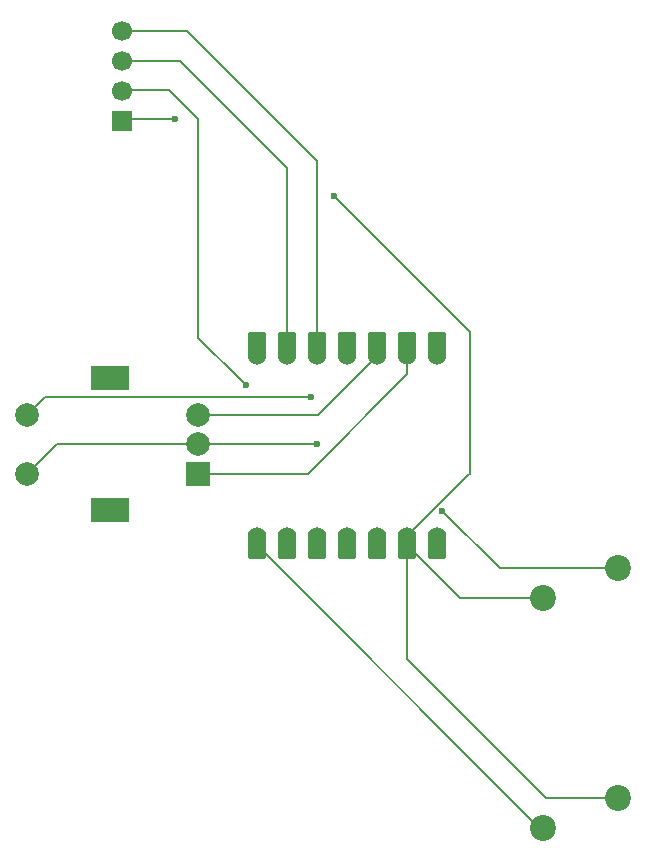
<source format=gbr>
%TF.GenerationSoftware,KiCad,Pcbnew,9.0.6*%
%TF.CreationDate,2026-01-20T16:19:18+01:00*%
%TF.ProjectId,new_project2,6e65775f-7072-46f6-9a65-6374322e6b69,rev?*%
%TF.SameCoordinates,Original*%
%TF.FileFunction,Copper,L1,Top*%
%TF.FilePolarity,Positive*%
%FSLAX46Y46*%
G04 Gerber Fmt 4.6, Leading zero omitted, Abs format (unit mm)*
G04 Created by KiCad (PCBNEW 9.0.6) date 2026-01-20 16:19:18*
%MOMM*%
%LPD*%
G01*
G04 APERTURE LIST*
G04 Aperture macros list*
%AMRoundRect*
0 Rectangle with rounded corners*
0 $1 Rounding radius*
0 $2 $3 $4 $5 $6 $7 $8 $9 X,Y pos of 4 corners*
0 Add a 4 corners polygon primitive as box body*
4,1,4,$2,$3,$4,$5,$6,$7,$8,$9,$2,$3,0*
0 Add four circle primitives for the rounded corners*
1,1,$1+$1,$2,$3*
1,1,$1+$1,$4,$5*
1,1,$1+$1,$6,$7*
1,1,$1+$1,$8,$9*
0 Add four rect primitives between the rounded corners*
20,1,$1+$1,$2,$3,$4,$5,0*
20,1,$1+$1,$4,$5,$6,$7,0*
20,1,$1+$1,$6,$7,$8,$9,0*
20,1,$1+$1,$8,$9,$2,$3,0*%
G04 Aperture macros list end*
%TA.AperFunction,ComponentPad*%
%ADD10R,2.000000X2.000000*%
%TD*%
%TA.AperFunction,ComponentPad*%
%ADD11C,2.000000*%
%TD*%
%TA.AperFunction,ComponentPad*%
%ADD12R,3.200000X2.000000*%
%TD*%
%TA.AperFunction,SMDPad,CuDef*%
%ADD13RoundRect,0.152400X0.609600X-1.063600X0.609600X1.063600X-0.609600X1.063600X-0.609600X-1.063600X0*%
%TD*%
%TA.AperFunction,ComponentPad*%
%ADD14C,1.524000*%
%TD*%
%TA.AperFunction,SMDPad,CuDef*%
%ADD15RoundRect,0.152400X-0.609600X1.063600X-0.609600X-1.063600X0.609600X-1.063600X0.609600X1.063600X0*%
%TD*%
%TA.AperFunction,ComponentPad*%
%ADD16C,2.200000*%
%TD*%
%TA.AperFunction,ComponentPad*%
%ADD17R,1.700000X1.700000*%
%TD*%
%TA.AperFunction,ComponentPad*%
%ADD18C,1.700000*%
%TD*%
%TA.AperFunction,ViaPad*%
%ADD19C,0.600000*%
%TD*%
%TA.AperFunction,Conductor*%
%ADD20C,0.200000*%
%TD*%
G04 APERTURE END LIST*
D10*
%TO.P,SW1,A,A*%
%TO.N,Net-(U1-GPIO27{slash}ADC1{slash}A1)*%
X140000000Y-109500000D03*
D11*
%TO.P,SW1,B,B*%
%TO.N,Net-(U1-GPIO28{slash}ADC2{slash}A2)*%
X140000000Y-104500000D03*
%TO.P,SW1,C,C*%
%TO.N,GND*%
X140000000Y-107000000D03*
D12*
%TO.P,SW1,MP*%
%TO.N,N/C*%
X132500000Y-112600000D03*
X132500000Y-101400000D03*
D11*
%TO.P,SW1,S1,S1*%
%TO.N,Net-(U1-GPIO26{slash}ADC0{slash}A0)*%
X125500000Y-104500000D03*
%TO.P,SW1,S2,S2*%
%TO.N,GND*%
X125500000Y-109500000D03*
%TD*%
D13*
%TO.P,U1,1,GPIO26/ADC0/A0*%
%TO.N,Net-(U1-GPIO26{slash}ADC0{slash}A0)*%
X160200000Y-98665000D03*
D14*
X160200000Y-99500000D03*
D13*
%TO.P,U1,2,GPIO27/ADC1/A1*%
%TO.N,Net-(U1-GPIO27{slash}ADC1{slash}A1)*%
X157660000Y-98665000D03*
D14*
X157660000Y-99500000D03*
D13*
%TO.P,U1,3,GPIO28/ADC2/A2*%
%TO.N,Net-(U1-GPIO28{slash}ADC2{slash}A2)*%
X155120000Y-98665000D03*
D14*
X155120000Y-99500000D03*
D13*
%TO.P,U1,4,GPIO29/ADC3/A3*%
%TO.N,unconnected-(U1-GPIO29{slash}ADC3{slash}A3-Pad4)*%
X152580000Y-98665000D03*
D14*
X152580000Y-99500000D03*
D13*
%TO.P,U1,5,GPIO6/SDA*%
%TO.N,Net-(J1-Pin_4)*%
X150040000Y-98665000D03*
D14*
X150040000Y-99500000D03*
D13*
%TO.P,U1,6,GPIO7/SCL*%
%TO.N,Net-(J1-Pin_3)*%
X147500000Y-98665000D03*
D14*
X147500000Y-99500000D03*
D13*
%TO.P,U1,7,GPIO0/TX*%
%TO.N,Net-(U1-GPIO0{slash}TX)*%
X144960000Y-98665000D03*
D14*
X144960000Y-99500000D03*
%TO.P,U1,8,GPIO1/RX*%
%TO.N,Net-(U1-GPIO1{slash}RX)*%
X144960000Y-114740000D03*
D15*
X144960000Y-115575000D03*
D14*
%TO.P,U1,9,GPIO2/SCK*%
%TO.N,unconnected-(U1-GPIO2{slash}SCK-Pad9)*%
X147500000Y-114740000D03*
D15*
X147500000Y-115575000D03*
D14*
%TO.P,U1,10,GPIO4/MISO*%
%TO.N,unconnected-(U1-GPIO4{slash}MISO-Pad10)*%
X150040000Y-114740000D03*
D15*
X150040000Y-115575000D03*
D14*
%TO.P,U1,11,GPIO3/MOSI*%
%TO.N,unconnected-(U1-GPIO3{slash}MOSI-Pad11)*%
X152580000Y-114740000D03*
D15*
X152580000Y-115575000D03*
D14*
%TO.P,U1,12,3V3*%
%TO.N,Net-(J1-Pin_2)*%
X155120000Y-114740000D03*
D15*
X155120000Y-115575000D03*
D14*
%TO.P,U1,13,GND*%
%TO.N,GND*%
X157660000Y-114740000D03*
D15*
X157660000Y-115575000D03*
D14*
%TO.P,U1,14,VBUS*%
%TO.N,unconnected-(U1-VBUS-Pad14)*%
X160200000Y-114740000D03*
D15*
X160200000Y-115575000D03*
%TD*%
D16*
%TO.P,SW2,1,1*%
%TO.N,Net-(U1-GPIO0{slash}TX)*%
X175500000Y-117500000D03*
%TO.P,SW2,2,2*%
%TO.N,GND*%
X169150000Y-120040000D03*
%TD*%
%TO.P,SW3,1,1*%
%TO.N,GND*%
X175500000Y-136920000D03*
%TO.P,SW3,2,2*%
%TO.N,Net-(U1-GPIO1{slash}RX)*%
X169150000Y-139460000D03*
%TD*%
D17*
%TO.P,J1,1,Pin_1*%
%TO.N,GND*%
X133500000Y-79620000D03*
D18*
%TO.P,J1,2,Pin_2*%
%TO.N,Net-(J1-Pin_2)*%
X133500000Y-77080000D03*
%TO.P,J1,3,Pin_3*%
%TO.N,Net-(J1-Pin_3)*%
X133500000Y-74540000D03*
%TO.P,J1,4,Pin_4*%
%TO.N,Net-(J1-Pin_4)*%
X133500000Y-72000000D03*
%TD*%
D19*
%TO.N,Net-(J1-Pin_2)*%
X144000000Y-102000000D03*
%TO.N,GND*%
X138000000Y-79500000D03*
X151500000Y-86000000D03*
X150000000Y-107000000D03*
%TO.N,Net-(U1-GPIO26{slash}ADC0{slash}A0)*%
X149500000Y-103000000D03*
%TO.N,Net-(U1-GPIO0{slash}TX)*%
X160624265Y-112624265D03*
%TD*%
D20*
%TO.N,Net-(J1-Pin_4)*%
X150040000Y-83040000D02*
X150040000Y-99500000D01*
X139000000Y-72000000D02*
X150040000Y-83040000D01*
X133500000Y-72000000D02*
X139000000Y-72000000D01*
%TO.N,Net-(J1-Pin_2)*%
X133000000Y-77080000D02*
X133000000Y-77000000D01*
X143500000Y-101500000D02*
X144000000Y-102000000D01*
X138500000Y-78000000D02*
X140000000Y-79500000D01*
X137500000Y-77000000D02*
X138500000Y-78000000D01*
X133500000Y-77000000D02*
X137500000Y-77000000D01*
X140000000Y-79500000D02*
X140000000Y-98000000D01*
X140000000Y-98000000D02*
X143500000Y-101500000D01*
X133500000Y-77080000D02*
X133500000Y-77000000D01*
%TO.N,Net-(J1-Pin_3)*%
X138460000Y-74540000D02*
X147500000Y-83580000D01*
X133500000Y-74540000D02*
X138460000Y-74540000D01*
X147500000Y-83580000D02*
X147500000Y-99500000D01*
%TO.N,unconnected-(U1-VBUS-Pad14)*%
X160200000Y-114740000D02*
X160200000Y-115575000D01*
%TO.N,GND*%
X128000000Y-107000000D02*
X140000000Y-107000000D01*
X162125000Y-120040000D02*
X157660000Y-115575000D01*
X175500000Y-136920000D02*
X169420000Y-136920000D01*
X163000000Y-109500000D02*
X163000000Y-97500000D01*
X169420000Y-136920000D02*
X157660000Y-125160000D01*
X149500000Y-107000000D02*
X150000000Y-107000000D01*
X140000000Y-107000000D02*
X149000000Y-107000000D01*
X157660000Y-115575000D02*
X157660000Y-114740000D01*
X169150000Y-120040000D02*
X162125000Y-120040000D01*
X133500000Y-79500000D02*
X133500000Y-79620000D01*
X149000000Y-107000000D02*
X149500000Y-107000000D01*
X157660000Y-125160000D02*
X157660000Y-115575000D01*
X138000000Y-79500000D02*
X133500000Y-79500000D01*
X157660000Y-114740000D02*
X162900000Y-109500000D01*
X125500000Y-109500000D02*
X128000000Y-107000000D01*
X162900000Y-109500000D02*
X163000000Y-109500000D01*
X163000000Y-97500000D02*
X151500000Y-86000000D01*
%TO.N,Net-(U1-GPIO26{slash}ADC0{slash}A0)*%
X126750000Y-103250000D02*
X125500000Y-104500000D01*
X160200000Y-98665000D02*
X160200000Y-99500000D01*
X126750000Y-103250000D02*
X127000000Y-103000000D01*
X127000000Y-103000000D02*
X149500000Y-103000000D01*
%TO.N,Net-(U1-GPIO27{slash}ADC1{slash}A1)*%
X157660000Y-101097310D02*
X157660000Y-99500000D01*
X149257310Y-109500000D02*
X157660000Y-101097310D01*
X140000000Y-109500000D02*
X149257310Y-109500000D01*
%TO.N,Net-(U1-GPIO28{slash}ADC2{slash}A2)*%
X140000000Y-104500000D02*
X150120000Y-104500000D01*
X150120000Y-104500000D02*
X155120000Y-99500000D01*
%TO.N,Net-(U1-GPIO0{slash}TX)*%
X175500000Y-117500000D02*
X165500000Y-117500000D01*
X165500000Y-117500000D02*
X160624265Y-112624265D01*
%TO.N,Net-(U1-GPIO1{slash}RX)*%
X168845000Y-139460000D02*
X144960000Y-115575000D01*
X169150000Y-139460000D02*
X168845000Y-139460000D01*
%TD*%
M02*

</source>
